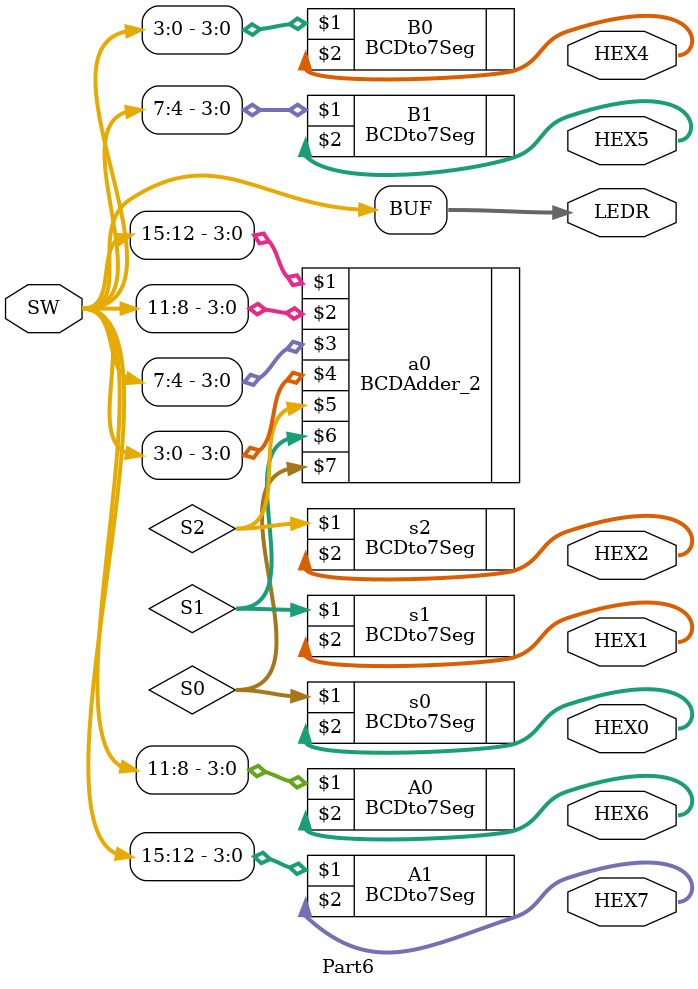
<source format=v>

module Part6(SW, LEDR, HEX0, HEX1, HEX2, HEX4, HEX5, HEX6, HEX7);

	input [17:0]SW; //Inputs
	
	output [17:0]LEDR; //Output displays
	output [0:6]HEX0;
	output [0:6]HEX1;
	output [0:6]HEX2;
	output [0:6]HEX4;
	output [0:6]HEX5;
	output [0:6]HEX6;
	output [0:6]HEX7;
	
	wire [3:0]S0; // Wires between adder modules and hex displays
	wire [3:0]S1;
	wire [3:0]S2;
	wire [3:0]cin;
	
	assign LEDR = SW;	// Assign LEDR to the switches
	
	BCDto7Seg B0(SW[3:0], HEX4); // Display input digits
	BCDto7Seg B1(SW[7:4], HEX5);
	BCDto7Seg A0(SW[11:8], HEX6);
	BCDto7Seg A1(SW[15:12], HEX7);
	
	BCDAdder_2 a0(SW[15:12], SW[11:8], SW[7:4], SW[3:0], S2, S1, S0);
	
	BCDto7Seg s0(S0, HEX0);	// output sum
	BCDto7Seg s1(S1, HEX1);
	BCDto7Seg s2(S2, HEX2);
	
endmodule
</source>
